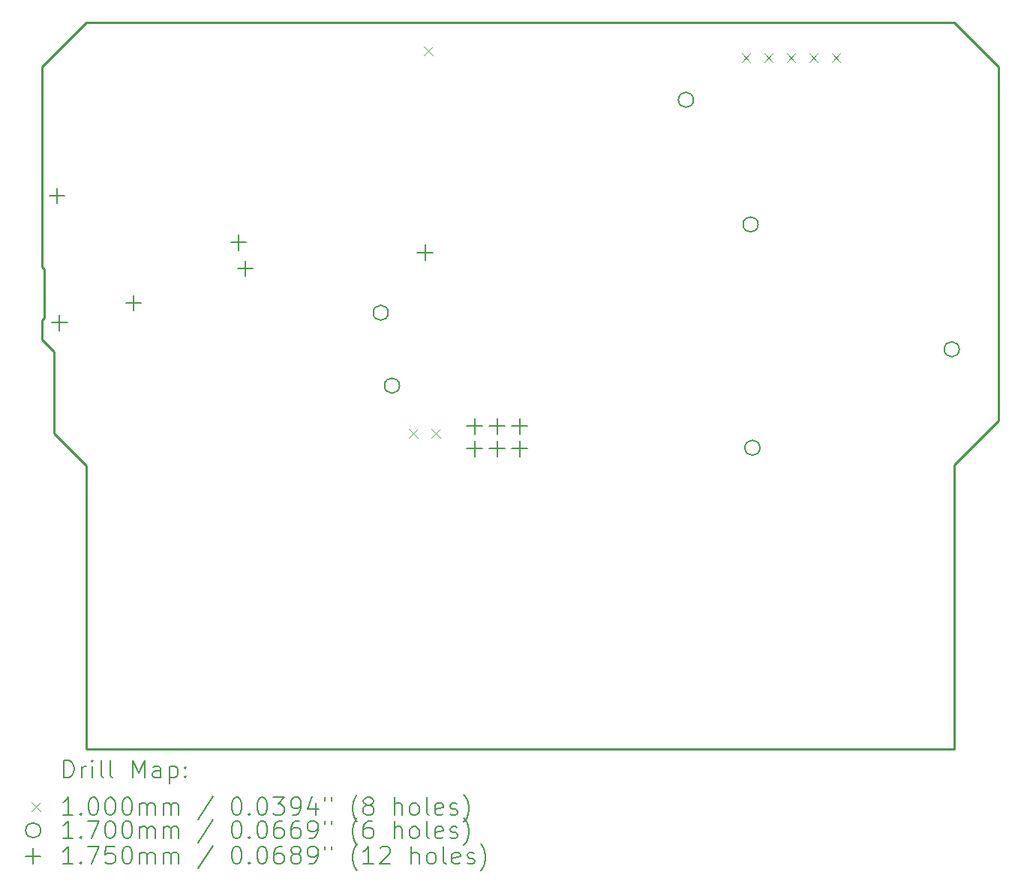
<source format=gbr>
%TF.GenerationSoftware,KiCad,Pcbnew,9.0.7*%
%TF.CreationDate,2026-02-04T15:52:09+00:00*%
%TF.ProjectId,FED3 tester 1st production aux,46454433-2074-4657-9374-657220317374,rev?*%
%TF.SameCoordinates,PX6146580PY6dc4960*%
%TF.FileFunction,Drillmap*%
%TF.FilePolarity,Positive*%
%FSLAX45Y45*%
G04 Gerber Fmt 4.5, Leading zero omitted, Abs format (unit mm)*
G04 Created by KiCad (PCBNEW 9.0.7) date 2026-02-04 15:52:09*
%MOMM*%
%LPD*%
G01*
G04 APERTURE LIST*
%ADD10C,0.250000*%
%ADD11C,0.200000*%
%ADD12C,0.100000*%
%ADD13C,0.170000*%
%ADD14C,0.175000*%
G04 APERTURE END LIST*
D10*
X-360000Y3565000D02*
X-360000Y4485000D01*
X9800000Y8205000D02*
X10300000Y7705000D01*
X-472000Y5417000D02*
X-500000Y5445000D01*
X-500000Y7705000D02*
X0Y8205000D01*
X-472000Y4873000D02*
X-472000Y5417000D01*
X-500000Y5445000D02*
X-500000Y7705000D01*
X3600000Y8205000D02*
X6200000Y8205000D01*
X-500000Y4845000D02*
X-472000Y4873000D01*
X9800000Y3210000D02*
X9800000Y0D01*
X10300000Y3710000D02*
X9800000Y3210000D01*
X0Y3205000D02*
X-360000Y3565000D01*
X0Y8205000D02*
X3600000Y8205000D01*
X-500000Y4625000D02*
X-500000Y4845000D01*
X10300000Y7705000D02*
X10300000Y3710000D01*
X9800000Y0D02*
X0Y0D01*
X0Y3205000D02*
X0Y0D01*
X-360000Y4485000D02*
X-500000Y4625000D01*
X6200000Y8205000D02*
X9800000Y8205000D01*
D11*
D12*
X3645110Y3615360D02*
X3745110Y3515360D01*
X3745110Y3615360D02*
X3645110Y3515360D01*
X3815110Y7935000D02*
X3915110Y7835000D01*
X3915110Y7935000D02*
X3815110Y7835000D01*
X3899110Y3615360D02*
X3999110Y3515360D01*
X3999110Y3615360D02*
X3899110Y3515360D01*
X7398000Y7857500D02*
X7498000Y7757500D01*
X7498000Y7857500D02*
X7398000Y7757500D01*
X7652000Y7857500D02*
X7752000Y7757500D01*
X7752000Y7857500D02*
X7652000Y7757500D01*
X7906000Y7857500D02*
X8006000Y7757500D01*
X8006000Y7857500D02*
X7906000Y7757500D01*
X8160000Y7857500D02*
X8260000Y7757500D01*
X8260000Y7857500D02*
X8160000Y7757500D01*
X8414000Y7857500D02*
X8514000Y7757500D01*
X8514000Y7857500D02*
X8414000Y7757500D01*
D13*
X3410110Y4927860D02*
G75*
G02*
X3240110Y4927860I-85000J0D01*
G01*
X3240110Y4927860D02*
G75*
G02*
X3410110Y4927860I85000J0D01*
G01*
X3537610Y4105360D02*
G75*
G02*
X3367610Y4105360I-85000J0D01*
G01*
X3367610Y4105360D02*
G75*
G02*
X3537610Y4105360I85000J0D01*
G01*
X6855110Y7332860D02*
G75*
G02*
X6685110Y7332860I-85000J0D01*
G01*
X6685110Y7332860D02*
G75*
G02*
X6855110Y7332860I85000J0D01*
G01*
X7585110Y5925360D02*
G75*
G02*
X7415110Y5925360I-85000J0D01*
G01*
X7415110Y5925360D02*
G75*
G02*
X7585110Y5925360I85000J0D01*
G01*
X7605110Y3402860D02*
G75*
G02*
X7435110Y3402860I-85000J0D01*
G01*
X7435110Y3402860D02*
G75*
G02*
X7605110Y3402860I85000J0D01*
G01*
X9855110Y4515360D02*
G75*
G02*
X9685110Y4515360I-85000J0D01*
G01*
X9685110Y4515360D02*
G75*
G02*
X9855110Y4515360I85000J0D01*
G01*
D14*
X-327390Y6337860D02*
X-327390Y6162860D01*
X-414890Y6250360D02*
X-239890Y6250360D01*
X-299890Y4902860D02*
X-299890Y4727860D01*
X-387390Y4815360D02*
X-212390Y4815360D01*
X535110Y5127860D02*
X535110Y4952860D01*
X447610Y5040360D02*
X622610Y5040360D01*
X1720110Y5810360D02*
X1720110Y5635360D01*
X1632610Y5722860D02*
X1807610Y5722860D01*
X1797610Y5515360D02*
X1797610Y5340360D01*
X1710110Y5427860D02*
X1885110Y5427860D01*
X3827610Y5697860D02*
X3827610Y5522860D01*
X3740110Y5610360D02*
X3915110Y5610360D01*
X4383905Y3735886D02*
X4383905Y3560886D01*
X4296405Y3648386D02*
X4471405Y3648386D01*
X4383905Y3481886D02*
X4383905Y3306886D01*
X4296405Y3394386D02*
X4471405Y3394386D01*
X4637905Y3735886D02*
X4637905Y3560886D01*
X4550405Y3648386D02*
X4725405Y3648386D01*
X4637905Y3481886D02*
X4637905Y3306886D01*
X4550405Y3394386D02*
X4725405Y3394386D01*
X4891905Y3735886D02*
X4891905Y3560886D01*
X4804405Y3648386D02*
X4979405Y3648386D01*
X4891905Y3481886D02*
X4891905Y3306886D01*
X4804405Y3394386D02*
X4979405Y3394386D01*
D11*
X-251723Y-323984D02*
X-251723Y-123984D01*
X-251723Y-123984D02*
X-204104Y-123984D01*
X-204104Y-123984D02*
X-175533Y-133508D01*
X-175533Y-133508D02*
X-156485Y-152555D01*
X-156485Y-152555D02*
X-146961Y-171603D01*
X-146961Y-171603D02*
X-137438Y-209698D01*
X-137438Y-209698D02*
X-137438Y-238269D01*
X-137438Y-238269D02*
X-146961Y-276365D01*
X-146961Y-276365D02*
X-156485Y-295412D01*
X-156485Y-295412D02*
X-175533Y-314460D01*
X-175533Y-314460D02*
X-204104Y-323984D01*
X-204104Y-323984D02*
X-251723Y-323984D01*
X-51723Y-323984D02*
X-51723Y-190650D01*
X-51723Y-228746D02*
X-42199Y-209698D01*
X-42199Y-209698D02*
X-32676Y-200174D01*
X-32676Y-200174D02*
X-13628Y-190650D01*
X-13628Y-190650D02*
X5420Y-190650D01*
X72086Y-323984D02*
X72086Y-190650D01*
X72086Y-123984D02*
X62562Y-133508D01*
X62562Y-133508D02*
X72086Y-143031D01*
X72086Y-143031D02*
X81610Y-133508D01*
X81610Y-133508D02*
X72086Y-123984D01*
X72086Y-123984D02*
X72086Y-143031D01*
X195896Y-323984D02*
X176848Y-314460D01*
X176848Y-314460D02*
X167324Y-295412D01*
X167324Y-295412D02*
X167324Y-123984D01*
X300658Y-323984D02*
X281610Y-314460D01*
X281610Y-314460D02*
X272086Y-295412D01*
X272086Y-295412D02*
X272086Y-123984D01*
X529229Y-323984D02*
X529229Y-123984D01*
X529229Y-123984D02*
X595896Y-266841D01*
X595896Y-266841D02*
X662563Y-123984D01*
X662563Y-123984D02*
X662563Y-323984D01*
X843515Y-323984D02*
X843515Y-219222D01*
X843515Y-219222D02*
X833991Y-200174D01*
X833991Y-200174D02*
X814943Y-190650D01*
X814943Y-190650D02*
X776848Y-190650D01*
X776848Y-190650D02*
X757801Y-200174D01*
X843515Y-314460D02*
X824467Y-323984D01*
X824467Y-323984D02*
X776848Y-323984D01*
X776848Y-323984D02*
X757801Y-314460D01*
X757801Y-314460D02*
X748277Y-295412D01*
X748277Y-295412D02*
X748277Y-276365D01*
X748277Y-276365D02*
X757801Y-257317D01*
X757801Y-257317D02*
X776848Y-247793D01*
X776848Y-247793D02*
X824467Y-247793D01*
X824467Y-247793D02*
X843515Y-238269D01*
X938753Y-190650D02*
X938753Y-390650D01*
X938753Y-200174D02*
X957801Y-190650D01*
X957801Y-190650D02*
X995896Y-190650D01*
X995896Y-190650D02*
X1014943Y-200174D01*
X1014943Y-200174D02*
X1024467Y-209698D01*
X1024467Y-209698D02*
X1033991Y-228746D01*
X1033991Y-228746D02*
X1033991Y-285889D01*
X1033991Y-285889D02*
X1024467Y-304936D01*
X1024467Y-304936D02*
X1014943Y-314460D01*
X1014943Y-314460D02*
X995896Y-323984D01*
X995896Y-323984D02*
X957801Y-323984D01*
X957801Y-323984D02*
X938753Y-314460D01*
X1119705Y-304936D02*
X1129229Y-314460D01*
X1129229Y-314460D02*
X1119705Y-323984D01*
X1119705Y-323984D02*
X1110182Y-314460D01*
X1110182Y-314460D02*
X1119705Y-304936D01*
X1119705Y-304936D02*
X1119705Y-323984D01*
X1119705Y-200174D02*
X1129229Y-209698D01*
X1129229Y-209698D02*
X1119705Y-219222D01*
X1119705Y-219222D02*
X1110182Y-209698D01*
X1110182Y-209698D02*
X1119705Y-200174D01*
X1119705Y-200174D02*
X1119705Y-219222D01*
D12*
X-612500Y-602500D02*
X-512500Y-702500D01*
X-512500Y-602500D02*
X-612500Y-702500D01*
D11*
X-146961Y-743984D02*
X-261247Y-743984D01*
X-204104Y-743984D02*
X-204104Y-543984D01*
X-204104Y-543984D02*
X-223152Y-572555D01*
X-223152Y-572555D02*
X-242199Y-591603D01*
X-242199Y-591603D02*
X-261247Y-601127D01*
X-61247Y-724936D02*
X-51723Y-734460D01*
X-51723Y-734460D02*
X-61247Y-743984D01*
X-61247Y-743984D02*
X-70771Y-734460D01*
X-70771Y-734460D02*
X-61247Y-724936D01*
X-61247Y-724936D02*
X-61247Y-743984D01*
X72086Y-543984D02*
X91134Y-543984D01*
X91134Y-543984D02*
X110182Y-553508D01*
X110182Y-553508D02*
X119705Y-563031D01*
X119705Y-563031D02*
X129229Y-582079D01*
X129229Y-582079D02*
X138753Y-620174D01*
X138753Y-620174D02*
X138753Y-667793D01*
X138753Y-667793D02*
X129229Y-705888D01*
X129229Y-705888D02*
X119705Y-724936D01*
X119705Y-724936D02*
X110182Y-734460D01*
X110182Y-734460D02*
X91134Y-743984D01*
X91134Y-743984D02*
X72086Y-743984D01*
X72086Y-743984D02*
X53039Y-734460D01*
X53039Y-734460D02*
X43515Y-724936D01*
X43515Y-724936D02*
X33991Y-705888D01*
X33991Y-705888D02*
X24467Y-667793D01*
X24467Y-667793D02*
X24467Y-620174D01*
X24467Y-620174D02*
X33991Y-582079D01*
X33991Y-582079D02*
X43515Y-563031D01*
X43515Y-563031D02*
X53039Y-553508D01*
X53039Y-553508D02*
X72086Y-543984D01*
X262563Y-543984D02*
X281610Y-543984D01*
X281610Y-543984D02*
X300658Y-553508D01*
X300658Y-553508D02*
X310182Y-563031D01*
X310182Y-563031D02*
X319705Y-582079D01*
X319705Y-582079D02*
X329229Y-620174D01*
X329229Y-620174D02*
X329229Y-667793D01*
X329229Y-667793D02*
X319705Y-705888D01*
X319705Y-705888D02*
X310182Y-724936D01*
X310182Y-724936D02*
X300658Y-734460D01*
X300658Y-734460D02*
X281610Y-743984D01*
X281610Y-743984D02*
X262563Y-743984D01*
X262563Y-743984D02*
X243515Y-734460D01*
X243515Y-734460D02*
X233991Y-724936D01*
X233991Y-724936D02*
X224467Y-705888D01*
X224467Y-705888D02*
X214943Y-667793D01*
X214943Y-667793D02*
X214943Y-620174D01*
X214943Y-620174D02*
X224467Y-582079D01*
X224467Y-582079D02*
X233991Y-563031D01*
X233991Y-563031D02*
X243515Y-553508D01*
X243515Y-553508D02*
X262563Y-543984D01*
X453039Y-543984D02*
X472086Y-543984D01*
X472086Y-543984D02*
X491134Y-553508D01*
X491134Y-553508D02*
X500658Y-563031D01*
X500658Y-563031D02*
X510182Y-582079D01*
X510182Y-582079D02*
X519705Y-620174D01*
X519705Y-620174D02*
X519705Y-667793D01*
X519705Y-667793D02*
X510182Y-705888D01*
X510182Y-705888D02*
X500658Y-724936D01*
X500658Y-724936D02*
X491134Y-734460D01*
X491134Y-734460D02*
X472086Y-743984D01*
X472086Y-743984D02*
X453039Y-743984D01*
X453039Y-743984D02*
X433991Y-734460D01*
X433991Y-734460D02*
X424467Y-724936D01*
X424467Y-724936D02*
X414943Y-705888D01*
X414943Y-705888D02*
X405420Y-667793D01*
X405420Y-667793D02*
X405420Y-620174D01*
X405420Y-620174D02*
X414943Y-582079D01*
X414943Y-582079D02*
X424467Y-563031D01*
X424467Y-563031D02*
X433991Y-553508D01*
X433991Y-553508D02*
X453039Y-543984D01*
X605420Y-743984D02*
X605420Y-610650D01*
X605420Y-629698D02*
X614944Y-620174D01*
X614944Y-620174D02*
X633991Y-610650D01*
X633991Y-610650D02*
X662563Y-610650D01*
X662563Y-610650D02*
X681610Y-620174D01*
X681610Y-620174D02*
X691134Y-639222D01*
X691134Y-639222D02*
X691134Y-743984D01*
X691134Y-639222D02*
X700658Y-620174D01*
X700658Y-620174D02*
X719705Y-610650D01*
X719705Y-610650D02*
X748277Y-610650D01*
X748277Y-610650D02*
X767324Y-620174D01*
X767324Y-620174D02*
X776848Y-639222D01*
X776848Y-639222D02*
X776848Y-743984D01*
X872086Y-743984D02*
X872086Y-610650D01*
X872086Y-629698D02*
X881610Y-620174D01*
X881610Y-620174D02*
X900658Y-610650D01*
X900658Y-610650D02*
X929229Y-610650D01*
X929229Y-610650D02*
X948277Y-620174D01*
X948277Y-620174D02*
X957801Y-639222D01*
X957801Y-639222D02*
X957801Y-743984D01*
X957801Y-639222D02*
X967324Y-620174D01*
X967324Y-620174D02*
X986372Y-610650D01*
X986372Y-610650D02*
X1014943Y-610650D01*
X1014943Y-610650D02*
X1033991Y-620174D01*
X1033991Y-620174D02*
X1043515Y-639222D01*
X1043515Y-639222D02*
X1043515Y-743984D01*
X1433991Y-534460D02*
X1262563Y-791603D01*
X1691134Y-543984D02*
X1710182Y-543984D01*
X1710182Y-543984D02*
X1729229Y-553508D01*
X1729229Y-553508D02*
X1738753Y-563031D01*
X1738753Y-563031D02*
X1748277Y-582079D01*
X1748277Y-582079D02*
X1757801Y-620174D01*
X1757801Y-620174D02*
X1757801Y-667793D01*
X1757801Y-667793D02*
X1748277Y-705888D01*
X1748277Y-705888D02*
X1738753Y-724936D01*
X1738753Y-724936D02*
X1729229Y-734460D01*
X1729229Y-734460D02*
X1710182Y-743984D01*
X1710182Y-743984D02*
X1691134Y-743984D01*
X1691134Y-743984D02*
X1672086Y-734460D01*
X1672086Y-734460D02*
X1662563Y-724936D01*
X1662563Y-724936D02*
X1653039Y-705888D01*
X1653039Y-705888D02*
X1643515Y-667793D01*
X1643515Y-667793D02*
X1643515Y-620174D01*
X1643515Y-620174D02*
X1653039Y-582079D01*
X1653039Y-582079D02*
X1662563Y-563031D01*
X1662563Y-563031D02*
X1672086Y-553508D01*
X1672086Y-553508D02*
X1691134Y-543984D01*
X1843515Y-724936D02*
X1853039Y-734460D01*
X1853039Y-734460D02*
X1843515Y-743984D01*
X1843515Y-743984D02*
X1833991Y-734460D01*
X1833991Y-734460D02*
X1843515Y-724936D01*
X1843515Y-724936D02*
X1843515Y-743984D01*
X1976848Y-543984D02*
X1995896Y-543984D01*
X1995896Y-543984D02*
X2014944Y-553508D01*
X2014944Y-553508D02*
X2024467Y-563031D01*
X2024467Y-563031D02*
X2033991Y-582079D01*
X2033991Y-582079D02*
X2043515Y-620174D01*
X2043515Y-620174D02*
X2043515Y-667793D01*
X2043515Y-667793D02*
X2033991Y-705888D01*
X2033991Y-705888D02*
X2024467Y-724936D01*
X2024467Y-724936D02*
X2014944Y-734460D01*
X2014944Y-734460D02*
X1995896Y-743984D01*
X1995896Y-743984D02*
X1976848Y-743984D01*
X1976848Y-743984D02*
X1957801Y-734460D01*
X1957801Y-734460D02*
X1948277Y-724936D01*
X1948277Y-724936D02*
X1938753Y-705888D01*
X1938753Y-705888D02*
X1929229Y-667793D01*
X1929229Y-667793D02*
X1929229Y-620174D01*
X1929229Y-620174D02*
X1938753Y-582079D01*
X1938753Y-582079D02*
X1948277Y-563031D01*
X1948277Y-563031D02*
X1957801Y-553508D01*
X1957801Y-553508D02*
X1976848Y-543984D01*
X2110182Y-543984D02*
X2233991Y-543984D01*
X2233991Y-543984D02*
X2167325Y-620174D01*
X2167325Y-620174D02*
X2195896Y-620174D01*
X2195896Y-620174D02*
X2214944Y-629698D01*
X2214944Y-629698D02*
X2224468Y-639222D01*
X2224468Y-639222D02*
X2233991Y-658270D01*
X2233991Y-658270D02*
X2233991Y-705888D01*
X2233991Y-705888D02*
X2224468Y-724936D01*
X2224468Y-724936D02*
X2214944Y-734460D01*
X2214944Y-734460D02*
X2195896Y-743984D01*
X2195896Y-743984D02*
X2138753Y-743984D01*
X2138753Y-743984D02*
X2119706Y-734460D01*
X2119706Y-734460D02*
X2110182Y-724936D01*
X2329229Y-743984D02*
X2367325Y-743984D01*
X2367325Y-743984D02*
X2386372Y-734460D01*
X2386372Y-734460D02*
X2395896Y-724936D01*
X2395896Y-724936D02*
X2414944Y-696365D01*
X2414944Y-696365D02*
X2424468Y-658270D01*
X2424468Y-658270D02*
X2424468Y-582079D01*
X2424468Y-582079D02*
X2414944Y-563031D01*
X2414944Y-563031D02*
X2405420Y-553508D01*
X2405420Y-553508D02*
X2386372Y-543984D01*
X2386372Y-543984D02*
X2348277Y-543984D01*
X2348277Y-543984D02*
X2329229Y-553508D01*
X2329229Y-553508D02*
X2319706Y-563031D01*
X2319706Y-563031D02*
X2310182Y-582079D01*
X2310182Y-582079D02*
X2310182Y-629698D01*
X2310182Y-629698D02*
X2319706Y-648746D01*
X2319706Y-648746D02*
X2329229Y-658270D01*
X2329229Y-658270D02*
X2348277Y-667793D01*
X2348277Y-667793D02*
X2386372Y-667793D01*
X2386372Y-667793D02*
X2405420Y-658270D01*
X2405420Y-658270D02*
X2414944Y-648746D01*
X2414944Y-648746D02*
X2424468Y-629698D01*
X2595896Y-610650D02*
X2595896Y-743984D01*
X2548277Y-534460D02*
X2500658Y-677317D01*
X2500658Y-677317D02*
X2624468Y-677317D01*
X2691134Y-543984D02*
X2691134Y-582079D01*
X2767325Y-543984D02*
X2767325Y-582079D01*
X3062563Y-820174D02*
X3053039Y-810650D01*
X3053039Y-810650D02*
X3033991Y-782079D01*
X3033991Y-782079D02*
X3024468Y-763031D01*
X3024468Y-763031D02*
X3014944Y-734460D01*
X3014944Y-734460D02*
X3005420Y-686841D01*
X3005420Y-686841D02*
X3005420Y-648746D01*
X3005420Y-648746D02*
X3014944Y-601127D01*
X3014944Y-601127D02*
X3024468Y-572555D01*
X3024468Y-572555D02*
X3033991Y-553508D01*
X3033991Y-553508D02*
X3053039Y-524936D01*
X3053039Y-524936D02*
X3062563Y-515412D01*
X3167325Y-629698D02*
X3148277Y-620174D01*
X3148277Y-620174D02*
X3138753Y-610650D01*
X3138753Y-610650D02*
X3129229Y-591603D01*
X3129229Y-591603D02*
X3129229Y-582079D01*
X3129229Y-582079D02*
X3138753Y-563031D01*
X3138753Y-563031D02*
X3148277Y-553508D01*
X3148277Y-553508D02*
X3167325Y-543984D01*
X3167325Y-543984D02*
X3205420Y-543984D01*
X3205420Y-543984D02*
X3224468Y-553508D01*
X3224468Y-553508D02*
X3233991Y-563031D01*
X3233991Y-563031D02*
X3243515Y-582079D01*
X3243515Y-582079D02*
X3243515Y-591603D01*
X3243515Y-591603D02*
X3233991Y-610650D01*
X3233991Y-610650D02*
X3224468Y-620174D01*
X3224468Y-620174D02*
X3205420Y-629698D01*
X3205420Y-629698D02*
X3167325Y-629698D01*
X3167325Y-629698D02*
X3148277Y-639222D01*
X3148277Y-639222D02*
X3138753Y-648746D01*
X3138753Y-648746D02*
X3129229Y-667793D01*
X3129229Y-667793D02*
X3129229Y-705888D01*
X3129229Y-705888D02*
X3138753Y-724936D01*
X3138753Y-724936D02*
X3148277Y-734460D01*
X3148277Y-734460D02*
X3167325Y-743984D01*
X3167325Y-743984D02*
X3205420Y-743984D01*
X3205420Y-743984D02*
X3224468Y-734460D01*
X3224468Y-734460D02*
X3233991Y-724936D01*
X3233991Y-724936D02*
X3243515Y-705888D01*
X3243515Y-705888D02*
X3243515Y-667793D01*
X3243515Y-667793D02*
X3233991Y-648746D01*
X3233991Y-648746D02*
X3224468Y-639222D01*
X3224468Y-639222D02*
X3205420Y-629698D01*
X3481610Y-743984D02*
X3481610Y-543984D01*
X3567325Y-743984D02*
X3567325Y-639222D01*
X3567325Y-639222D02*
X3557801Y-620174D01*
X3557801Y-620174D02*
X3538753Y-610650D01*
X3538753Y-610650D02*
X3510182Y-610650D01*
X3510182Y-610650D02*
X3491134Y-620174D01*
X3491134Y-620174D02*
X3481610Y-629698D01*
X3691134Y-743984D02*
X3672087Y-734460D01*
X3672087Y-734460D02*
X3662563Y-724936D01*
X3662563Y-724936D02*
X3653039Y-705888D01*
X3653039Y-705888D02*
X3653039Y-648746D01*
X3653039Y-648746D02*
X3662563Y-629698D01*
X3662563Y-629698D02*
X3672087Y-620174D01*
X3672087Y-620174D02*
X3691134Y-610650D01*
X3691134Y-610650D02*
X3719706Y-610650D01*
X3719706Y-610650D02*
X3738753Y-620174D01*
X3738753Y-620174D02*
X3748277Y-629698D01*
X3748277Y-629698D02*
X3757801Y-648746D01*
X3757801Y-648746D02*
X3757801Y-705888D01*
X3757801Y-705888D02*
X3748277Y-724936D01*
X3748277Y-724936D02*
X3738753Y-734460D01*
X3738753Y-734460D02*
X3719706Y-743984D01*
X3719706Y-743984D02*
X3691134Y-743984D01*
X3872087Y-743984D02*
X3853039Y-734460D01*
X3853039Y-734460D02*
X3843515Y-715412D01*
X3843515Y-715412D02*
X3843515Y-543984D01*
X4024468Y-734460D02*
X4005420Y-743984D01*
X4005420Y-743984D02*
X3967325Y-743984D01*
X3967325Y-743984D02*
X3948277Y-734460D01*
X3948277Y-734460D02*
X3938753Y-715412D01*
X3938753Y-715412D02*
X3938753Y-639222D01*
X3938753Y-639222D02*
X3948277Y-620174D01*
X3948277Y-620174D02*
X3967325Y-610650D01*
X3967325Y-610650D02*
X4005420Y-610650D01*
X4005420Y-610650D02*
X4024468Y-620174D01*
X4024468Y-620174D02*
X4033991Y-639222D01*
X4033991Y-639222D02*
X4033991Y-658270D01*
X4033991Y-658270D02*
X3938753Y-677317D01*
X4110182Y-734460D02*
X4129230Y-743984D01*
X4129230Y-743984D02*
X4167325Y-743984D01*
X4167325Y-743984D02*
X4186372Y-734460D01*
X4186372Y-734460D02*
X4195896Y-715412D01*
X4195896Y-715412D02*
X4195896Y-705888D01*
X4195896Y-705888D02*
X4186372Y-686841D01*
X4186372Y-686841D02*
X4167325Y-677317D01*
X4167325Y-677317D02*
X4138753Y-677317D01*
X4138753Y-677317D02*
X4119706Y-667793D01*
X4119706Y-667793D02*
X4110182Y-648746D01*
X4110182Y-648746D02*
X4110182Y-639222D01*
X4110182Y-639222D02*
X4119706Y-620174D01*
X4119706Y-620174D02*
X4138753Y-610650D01*
X4138753Y-610650D02*
X4167325Y-610650D01*
X4167325Y-610650D02*
X4186372Y-620174D01*
X4262563Y-820174D02*
X4272087Y-810650D01*
X4272087Y-810650D02*
X4291134Y-782079D01*
X4291134Y-782079D02*
X4300658Y-763031D01*
X4300658Y-763031D02*
X4310182Y-734460D01*
X4310182Y-734460D02*
X4319706Y-686841D01*
X4319706Y-686841D02*
X4319706Y-648746D01*
X4319706Y-648746D02*
X4310182Y-601127D01*
X4310182Y-601127D02*
X4300658Y-572555D01*
X4300658Y-572555D02*
X4291134Y-553508D01*
X4291134Y-553508D02*
X4272087Y-524936D01*
X4272087Y-524936D02*
X4262563Y-515412D01*
D13*
X-512500Y-916500D02*
G75*
G02*
X-682500Y-916500I-85000J0D01*
G01*
X-682500Y-916500D02*
G75*
G02*
X-512500Y-916500I85000J0D01*
G01*
D11*
X-146961Y-1007984D02*
X-261247Y-1007984D01*
X-204104Y-1007984D02*
X-204104Y-807984D01*
X-204104Y-807984D02*
X-223152Y-836555D01*
X-223152Y-836555D02*
X-242199Y-855603D01*
X-242199Y-855603D02*
X-261247Y-865127D01*
X-61247Y-988936D02*
X-51723Y-998460D01*
X-51723Y-998460D02*
X-61247Y-1007984D01*
X-61247Y-1007984D02*
X-70771Y-998460D01*
X-70771Y-998460D02*
X-61247Y-988936D01*
X-61247Y-988936D02*
X-61247Y-1007984D01*
X14943Y-807984D02*
X148277Y-807984D01*
X148277Y-807984D02*
X62562Y-1007984D01*
X262563Y-807984D02*
X281610Y-807984D01*
X281610Y-807984D02*
X300658Y-817508D01*
X300658Y-817508D02*
X310182Y-827031D01*
X310182Y-827031D02*
X319705Y-846079D01*
X319705Y-846079D02*
X329229Y-884174D01*
X329229Y-884174D02*
X329229Y-931793D01*
X329229Y-931793D02*
X319705Y-969888D01*
X319705Y-969888D02*
X310182Y-988936D01*
X310182Y-988936D02*
X300658Y-998460D01*
X300658Y-998460D02*
X281610Y-1007984D01*
X281610Y-1007984D02*
X262563Y-1007984D01*
X262563Y-1007984D02*
X243515Y-998460D01*
X243515Y-998460D02*
X233991Y-988936D01*
X233991Y-988936D02*
X224467Y-969888D01*
X224467Y-969888D02*
X214943Y-931793D01*
X214943Y-931793D02*
X214943Y-884174D01*
X214943Y-884174D02*
X224467Y-846079D01*
X224467Y-846079D02*
X233991Y-827031D01*
X233991Y-827031D02*
X243515Y-817508D01*
X243515Y-817508D02*
X262563Y-807984D01*
X453039Y-807984D02*
X472086Y-807984D01*
X472086Y-807984D02*
X491134Y-817508D01*
X491134Y-817508D02*
X500658Y-827031D01*
X500658Y-827031D02*
X510182Y-846079D01*
X510182Y-846079D02*
X519705Y-884174D01*
X519705Y-884174D02*
X519705Y-931793D01*
X519705Y-931793D02*
X510182Y-969888D01*
X510182Y-969888D02*
X500658Y-988936D01*
X500658Y-988936D02*
X491134Y-998460D01*
X491134Y-998460D02*
X472086Y-1007984D01*
X472086Y-1007984D02*
X453039Y-1007984D01*
X453039Y-1007984D02*
X433991Y-998460D01*
X433991Y-998460D02*
X424467Y-988936D01*
X424467Y-988936D02*
X414943Y-969888D01*
X414943Y-969888D02*
X405420Y-931793D01*
X405420Y-931793D02*
X405420Y-884174D01*
X405420Y-884174D02*
X414943Y-846079D01*
X414943Y-846079D02*
X424467Y-827031D01*
X424467Y-827031D02*
X433991Y-817508D01*
X433991Y-817508D02*
X453039Y-807984D01*
X605420Y-1007984D02*
X605420Y-874650D01*
X605420Y-893698D02*
X614944Y-884174D01*
X614944Y-884174D02*
X633991Y-874650D01*
X633991Y-874650D02*
X662563Y-874650D01*
X662563Y-874650D02*
X681610Y-884174D01*
X681610Y-884174D02*
X691134Y-903222D01*
X691134Y-903222D02*
X691134Y-1007984D01*
X691134Y-903222D02*
X700658Y-884174D01*
X700658Y-884174D02*
X719705Y-874650D01*
X719705Y-874650D02*
X748277Y-874650D01*
X748277Y-874650D02*
X767324Y-884174D01*
X767324Y-884174D02*
X776848Y-903222D01*
X776848Y-903222D02*
X776848Y-1007984D01*
X872086Y-1007984D02*
X872086Y-874650D01*
X872086Y-893698D02*
X881610Y-884174D01*
X881610Y-884174D02*
X900658Y-874650D01*
X900658Y-874650D02*
X929229Y-874650D01*
X929229Y-874650D02*
X948277Y-884174D01*
X948277Y-884174D02*
X957801Y-903222D01*
X957801Y-903222D02*
X957801Y-1007984D01*
X957801Y-903222D02*
X967324Y-884174D01*
X967324Y-884174D02*
X986372Y-874650D01*
X986372Y-874650D02*
X1014943Y-874650D01*
X1014943Y-874650D02*
X1033991Y-884174D01*
X1033991Y-884174D02*
X1043515Y-903222D01*
X1043515Y-903222D02*
X1043515Y-1007984D01*
X1433991Y-798460D02*
X1262563Y-1055603D01*
X1691134Y-807984D02*
X1710182Y-807984D01*
X1710182Y-807984D02*
X1729229Y-817508D01*
X1729229Y-817508D02*
X1738753Y-827031D01*
X1738753Y-827031D02*
X1748277Y-846079D01*
X1748277Y-846079D02*
X1757801Y-884174D01*
X1757801Y-884174D02*
X1757801Y-931793D01*
X1757801Y-931793D02*
X1748277Y-969888D01*
X1748277Y-969888D02*
X1738753Y-988936D01*
X1738753Y-988936D02*
X1729229Y-998460D01*
X1729229Y-998460D02*
X1710182Y-1007984D01*
X1710182Y-1007984D02*
X1691134Y-1007984D01*
X1691134Y-1007984D02*
X1672086Y-998460D01*
X1672086Y-998460D02*
X1662563Y-988936D01*
X1662563Y-988936D02*
X1653039Y-969888D01*
X1653039Y-969888D02*
X1643515Y-931793D01*
X1643515Y-931793D02*
X1643515Y-884174D01*
X1643515Y-884174D02*
X1653039Y-846079D01*
X1653039Y-846079D02*
X1662563Y-827031D01*
X1662563Y-827031D02*
X1672086Y-817508D01*
X1672086Y-817508D02*
X1691134Y-807984D01*
X1843515Y-988936D02*
X1853039Y-998460D01*
X1853039Y-998460D02*
X1843515Y-1007984D01*
X1843515Y-1007984D02*
X1833991Y-998460D01*
X1833991Y-998460D02*
X1843515Y-988936D01*
X1843515Y-988936D02*
X1843515Y-1007984D01*
X1976848Y-807984D02*
X1995896Y-807984D01*
X1995896Y-807984D02*
X2014944Y-817508D01*
X2014944Y-817508D02*
X2024467Y-827031D01*
X2024467Y-827031D02*
X2033991Y-846079D01*
X2033991Y-846079D02*
X2043515Y-884174D01*
X2043515Y-884174D02*
X2043515Y-931793D01*
X2043515Y-931793D02*
X2033991Y-969888D01*
X2033991Y-969888D02*
X2024467Y-988936D01*
X2024467Y-988936D02*
X2014944Y-998460D01*
X2014944Y-998460D02*
X1995896Y-1007984D01*
X1995896Y-1007984D02*
X1976848Y-1007984D01*
X1976848Y-1007984D02*
X1957801Y-998460D01*
X1957801Y-998460D02*
X1948277Y-988936D01*
X1948277Y-988936D02*
X1938753Y-969888D01*
X1938753Y-969888D02*
X1929229Y-931793D01*
X1929229Y-931793D02*
X1929229Y-884174D01*
X1929229Y-884174D02*
X1938753Y-846079D01*
X1938753Y-846079D02*
X1948277Y-827031D01*
X1948277Y-827031D02*
X1957801Y-817508D01*
X1957801Y-817508D02*
X1976848Y-807984D01*
X2214944Y-807984D02*
X2176848Y-807984D01*
X2176848Y-807984D02*
X2157801Y-817508D01*
X2157801Y-817508D02*
X2148277Y-827031D01*
X2148277Y-827031D02*
X2129229Y-855603D01*
X2129229Y-855603D02*
X2119706Y-893698D01*
X2119706Y-893698D02*
X2119706Y-969888D01*
X2119706Y-969888D02*
X2129229Y-988936D01*
X2129229Y-988936D02*
X2138753Y-998460D01*
X2138753Y-998460D02*
X2157801Y-1007984D01*
X2157801Y-1007984D02*
X2195896Y-1007984D01*
X2195896Y-1007984D02*
X2214944Y-998460D01*
X2214944Y-998460D02*
X2224468Y-988936D01*
X2224468Y-988936D02*
X2233991Y-969888D01*
X2233991Y-969888D02*
X2233991Y-922269D01*
X2233991Y-922269D02*
X2224468Y-903222D01*
X2224468Y-903222D02*
X2214944Y-893698D01*
X2214944Y-893698D02*
X2195896Y-884174D01*
X2195896Y-884174D02*
X2157801Y-884174D01*
X2157801Y-884174D02*
X2138753Y-893698D01*
X2138753Y-893698D02*
X2129229Y-903222D01*
X2129229Y-903222D02*
X2119706Y-922269D01*
X2405420Y-807984D02*
X2367325Y-807984D01*
X2367325Y-807984D02*
X2348277Y-817508D01*
X2348277Y-817508D02*
X2338753Y-827031D01*
X2338753Y-827031D02*
X2319706Y-855603D01*
X2319706Y-855603D02*
X2310182Y-893698D01*
X2310182Y-893698D02*
X2310182Y-969888D01*
X2310182Y-969888D02*
X2319706Y-988936D01*
X2319706Y-988936D02*
X2329229Y-998460D01*
X2329229Y-998460D02*
X2348277Y-1007984D01*
X2348277Y-1007984D02*
X2386372Y-1007984D01*
X2386372Y-1007984D02*
X2405420Y-998460D01*
X2405420Y-998460D02*
X2414944Y-988936D01*
X2414944Y-988936D02*
X2424468Y-969888D01*
X2424468Y-969888D02*
X2424468Y-922269D01*
X2424468Y-922269D02*
X2414944Y-903222D01*
X2414944Y-903222D02*
X2405420Y-893698D01*
X2405420Y-893698D02*
X2386372Y-884174D01*
X2386372Y-884174D02*
X2348277Y-884174D01*
X2348277Y-884174D02*
X2329229Y-893698D01*
X2329229Y-893698D02*
X2319706Y-903222D01*
X2319706Y-903222D02*
X2310182Y-922269D01*
X2519706Y-1007984D02*
X2557801Y-1007984D01*
X2557801Y-1007984D02*
X2576849Y-998460D01*
X2576849Y-998460D02*
X2586372Y-988936D01*
X2586372Y-988936D02*
X2605420Y-960365D01*
X2605420Y-960365D02*
X2614944Y-922269D01*
X2614944Y-922269D02*
X2614944Y-846079D01*
X2614944Y-846079D02*
X2605420Y-827031D01*
X2605420Y-827031D02*
X2595896Y-817508D01*
X2595896Y-817508D02*
X2576849Y-807984D01*
X2576849Y-807984D02*
X2538753Y-807984D01*
X2538753Y-807984D02*
X2519706Y-817508D01*
X2519706Y-817508D02*
X2510182Y-827031D01*
X2510182Y-827031D02*
X2500658Y-846079D01*
X2500658Y-846079D02*
X2500658Y-893698D01*
X2500658Y-893698D02*
X2510182Y-912746D01*
X2510182Y-912746D02*
X2519706Y-922269D01*
X2519706Y-922269D02*
X2538753Y-931793D01*
X2538753Y-931793D02*
X2576849Y-931793D01*
X2576849Y-931793D02*
X2595896Y-922269D01*
X2595896Y-922269D02*
X2605420Y-912746D01*
X2605420Y-912746D02*
X2614944Y-893698D01*
X2691134Y-807984D02*
X2691134Y-846079D01*
X2767325Y-807984D02*
X2767325Y-846079D01*
X3062563Y-1084174D02*
X3053039Y-1074650D01*
X3053039Y-1074650D02*
X3033991Y-1046079D01*
X3033991Y-1046079D02*
X3024468Y-1027031D01*
X3024468Y-1027031D02*
X3014944Y-998460D01*
X3014944Y-998460D02*
X3005420Y-950841D01*
X3005420Y-950841D02*
X3005420Y-912746D01*
X3005420Y-912746D02*
X3014944Y-865127D01*
X3014944Y-865127D02*
X3024468Y-836555D01*
X3024468Y-836555D02*
X3033991Y-817508D01*
X3033991Y-817508D02*
X3053039Y-788936D01*
X3053039Y-788936D02*
X3062563Y-779412D01*
X3224468Y-807984D02*
X3186372Y-807984D01*
X3186372Y-807984D02*
X3167325Y-817508D01*
X3167325Y-817508D02*
X3157801Y-827031D01*
X3157801Y-827031D02*
X3138753Y-855603D01*
X3138753Y-855603D02*
X3129229Y-893698D01*
X3129229Y-893698D02*
X3129229Y-969888D01*
X3129229Y-969888D02*
X3138753Y-988936D01*
X3138753Y-988936D02*
X3148277Y-998460D01*
X3148277Y-998460D02*
X3167325Y-1007984D01*
X3167325Y-1007984D02*
X3205420Y-1007984D01*
X3205420Y-1007984D02*
X3224468Y-998460D01*
X3224468Y-998460D02*
X3233991Y-988936D01*
X3233991Y-988936D02*
X3243515Y-969888D01*
X3243515Y-969888D02*
X3243515Y-922269D01*
X3243515Y-922269D02*
X3233991Y-903222D01*
X3233991Y-903222D02*
X3224468Y-893698D01*
X3224468Y-893698D02*
X3205420Y-884174D01*
X3205420Y-884174D02*
X3167325Y-884174D01*
X3167325Y-884174D02*
X3148277Y-893698D01*
X3148277Y-893698D02*
X3138753Y-903222D01*
X3138753Y-903222D02*
X3129229Y-922269D01*
X3481610Y-1007984D02*
X3481610Y-807984D01*
X3567325Y-1007984D02*
X3567325Y-903222D01*
X3567325Y-903222D02*
X3557801Y-884174D01*
X3557801Y-884174D02*
X3538753Y-874650D01*
X3538753Y-874650D02*
X3510182Y-874650D01*
X3510182Y-874650D02*
X3491134Y-884174D01*
X3491134Y-884174D02*
X3481610Y-893698D01*
X3691134Y-1007984D02*
X3672087Y-998460D01*
X3672087Y-998460D02*
X3662563Y-988936D01*
X3662563Y-988936D02*
X3653039Y-969888D01*
X3653039Y-969888D02*
X3653039Y-912746D01*
X3653039Y-912746D02*
X3662563Y-893698D01*
X3662563Y-893698D02*
X3672087Y-884174D01*
X3672087Y-884174D02*
X3691134Y-874650D01*
X3691134Y-874650D02*
X3719706Y-874650D01*
X3719706Y-874650D02*
X3738753Y-884174D01*
X3738753Y-884174D02*
X3748277Y-893698D01*
X3748277Y-893698D02*
X3757801Y-912746D01*
X3757801Y-912746D02*
X3757801Y-969888D01*
X3757801Y-969888D02*
X3748277Y-988936D01*
X3748277Y-988936D02*
X3738753Y-998460D01*
X3738753Y-998460D02*
X3719706Y-1007984D01*
X3719706Y-1007984D02*
X3691134Y-1007984D01*
X3872087Y-1007984D02*
X3853039Y-998460D01*
X3853039Y-998460D02*
X3843515Y-979412D01*
X3843515Y-979412D02*
X3843515Y-807984D01*
X4024468Y-998460D02*
X4005420Y-1007984D01*
X4005420Y-1007984D02*
X3967325Y-1007984D01*
X3967325Y-1007984D02*
X3948277Y-998460D01*
X3948277Y-998460D02*
X3938753Y-979412D01*
X3938753Y-979412D02*
X3938753Y-903222D01*
X3938753Y-903222D02*
X3948277Y-884174D01*
X3948277Y-884174D02*
X3967325Y-874650D01*
X3967325Y-874650D02*
X4005420Y-874650D01*
X4005420Y-874650D02*
X4024468Y-884174D01*
X4024468Y-884174D02*
X4033991Y-903222D01*
X4033991Y-903222D02*
X4033991Y-922269D01*
X4033991Y-922269D02*
X3938753Y-941317D01*
X4110182Y-998460D02*
X4129230Y-1007984D01*
X4129230Y-1007984D02*
X4167325Y-1007984D01*
X4167325Y-1007984D02*
X4186372Y-998460D01*
X4186372Y-998460D02*
X4195896Y-979412D01*
X4195896Y-979412D02*
X4195896Y-969888D01*
X4195896Y-969888D02*
X4186372Y-950841D01*
X4186372Y-950841D02*
X4167325Y-941317D01*
X4167325Y-941317D02*
X4138753Y-941317D01*
X4138753Y-941317D02*
X4119706Y-931793D01*
X4119706Y-931793D02*
X4110182Y-912746D01*
X4110182Y-912746D02*
X4110182Y-903222D01*
X4110182Y-903222D02*
X4119706Y-884174D01*
X4119706Y-884174D02*
X4138753Y-874650D01*
X4138753Y-874650D02*
X4167325Y-874650D01*
X4167325Y-874650D02*
X4186372Y-884174D01*
X4262563Y-1084174D02*
X4272087Y-1074650D01*
X4272087Y-1074650D02*
X4291134Y-1046079D01*
X4291134Y-1046079D02*
X4300658Y-1027031D01*
X4300658Y-1027031D02*
X4310182Y-998460D01*
X4310182Y-998460D02*
X4319706Y-950841D01*
X4319706Y-950841D02*
X4319706Y-912746D01*
X4319706Y-912746D02*
X4310182Y-865127D01*
X4310182Y-865127D02*
X4300658Y-836555D01*
X4300658Y-836555D02*
X4291134Y-817508D01*
X4291134Y-817508D02*
X4272087Y-788936D01*
X4272087Y-788936D02*
X4262563Y-779412D01*
D14*
X-600000Y-1119000D02*
X-600000Y-1294000D01*
X-687500Y-1206500D02*
X-512500Y-1206500D01*
D11*
X-146961Y-1297984D02*
X-261247Y-1297984D01*
X-204104Y-1297984D02*
X-204104Y-1097984D01*
X-204104Y-1097984D02*
X-223152Y-1126555D01*
X-223152Y-1126555D02*
X-242199Y-1145603D01*
X-242199Y-1145603D02*
X-261247Y-1155127D01*
X-61247Y-1278936D02*
X-51723Y-1288460D01*
X-51723Y-1288460D02*
X-61247Y-1297984D01*
X-61247Y-1297984D02*
X-70771Y-1288460D01*
X-70771Y-1288460D02*
X-61247Y-1278936D01*
X-61247Y-1278936D02*
X-61247Y-1297984D01*
X14943Y-1097984D02*
X148277Y-1097984D01*
X148277Y-1097984D02*
X62562Y-1297984D01*
X319705Y-1097984D02*
X224467Y-1097984D01*
X224467Y-1097984D02*
X214943Y-1193222D01*
X214943Y-1193222D02*
X224467Y-1183698D01*
X224467Y-1183698D02*
X243515Y-1174174D01*
X243515Y-1174174D02*
X291134Y-1174174D01*
X291134Y-1174174D02*
X310182Y-1183698D01*
X310182Y-1183698D02*
X319705Y-1193222D01*
X319705Y-1193222D02*
X329229Y-1212270D01*
X329229Y-1212270D02*
X329229Y-1259889D01*
X329229Y-1259889D02*
X319705Y-1278936D01*
X319705Y-1278936D02*
X310182Y-1288460D01*
X310182Y-1288460D02*
X291134Y-1297984D01*
X291134Y-1297984D02*
X243515Y-1297984D01*
X243515Y-1297984D02*
X224467Y-1288460D01*
X224467Y-1288460D02*
X214943Y-1278936D01*
X453039Y-1097984D02*
X472086Y-1097984D01*
X472086Y-1097984D02*
X491134Y-1107508D01*
X491134Y-1107508D02*
X500658Y-1117031D01*
X500658Y-1117031D02*
X510182Y-1136079D01*
X510182Y-1136079D02*
X519705Y-1174174D01*
X519705Y-1174174D02*
X519705Y-1221793D01*
X519705Y-1221793D02*
X510182Y-1259889D01*
X510182Y-1259889D02*
X500658Y-1278936D01*
X500658Y-1278936D02*
X491134Y-1288460D01*
X491134Y-1288460D02*
X472086Y-1297984D01*
X472086Y-1297984D02*
X453039Y-1297984D01*
X453039Y-1297984D02*
X433991Y-1288460D01*
X433991Y-1288460D02*
X424467Y-1278936D01*
X424467Y-1278936D02*
X414943Y-1259889D01*
X414943Y-1259889D02*
X405420Y-1221793D01*
X405420Y-1221793D02*
X405420Y-1174174D01*
X405420Y-1174174D02*
X414943Y-1136079D01*
X414943Y-1136079D02*
X424467Y-1117031D01*
X424467Y-1117031D02*
X433991Y-1107508D01*
X433991Y-1107508D02*
X453039Y-1097984D01*
X605420Y-1297984D02*
X605420Y-1164650D01*
X605420Y-1183698D02*
X614944Y-1174174D01*
X614944Y-1174174D02*
X633991Y-1164650D01*
X633991Y-1164650D02*
X662563Y-1164650D01*
X662563Y-1164650D02*
X681610Y-1174174D01*
X681610Y-1174174D02*
X691134Y-1193222D01*
X691134Y-1193222D02*
X691134Y-1297984D01*
X691134Y-1193222D02*
X700658Y-1174174D01*
X700658Y-1174174D02*
X719705Y-1164650D01*
X719705Y-1164650D02*
X748277Y-1164650D01*
X748277Y-1164650D02*
X767324Y-1174174D01*
X767324Y-1174174D02*
X776848Y-1193222D01*
X776848Y-1193222D02*
X776848Y-1297984D01*
X872086Y-1297984D02*
X872086Y-1164650D01*
X872086Y-1183698D02*
X881610Y-1174174D01*
X881610Y-1174174D02*
X900658Y-1164650D01*
X900658Y-1164650D02*
X929229Y-1164650D01*
X929229Y-1164650D02*
X948277Y-1174174D01*
X948277Y-1174174D02*
X957801Y-1193222D01*
X957801Y-1193222D02*
X957801Y-1297984D01*
X957801Y-1193222D02*
X967324Y-1174174D01*
X967324Y-1174174D02*
X986372Y-1164650D01*
X986372Y-1164650D02*
X1014943Y-1164650D01*
X1014943Y-1164650D02*
X1033991Y-1174174D01*
X1033991Y-1174174D02*
X1043515Y-1193222D01*
X1043515Y-1193222D02*
X1043515Y-1297984D01*
X1433991Y-1088460D02*
X1262563Y-1345603D01*
X1691134Y-1097984D02*
X1710182Y-1097984D01*
X1710182Y-1097984D02*
X1729229Y-1107508D01*
X1729229Y-1107508D02*
X1738753Y-1117031D01*
X1738753Y-1117031D02*
X1748277Y-1136079D01*
X1748277Y-1136079D02*
X1757801Y-1174174D01*
X1757801Y-1174174D02*
X1757801Y-1221793D01*
X1757801Y-1221793D02*
X1748277Y-1259889D01*
X1748277Y-1259889D02*
X1738753Y-1278936D01*
X1738753Y-1278936D02*
X1729229Y-1288460D01*
X1729229Y-1288460D02*
X1710182Y-1297984D01*
X1710182Y-1297984D02*
X1691134Y-1297984D01*
X1691134Y-1297984D02*
X1672086Y-1288460D01*
X1672086Y-1288460D02*
X1662563Y-1278936D01*
X1662563Y-1278936D02*
X1653039Y-1259889D01*
X1653039Y-1259889D02*
X1643515Y-1221793D01*
X1643515Y-1221793D02*
X1643515Y-1174174D01*
X1643515Y-1174174D02*
X1653039Y-1136079D01*
X1653039Y-1136079D02*
X1662563Y-1117031D01*
X1662563Y-1117031D02*
X1672086Y-1107508D01*
X1672086Y-1107508D02*
X1691134Y-1097984D01*
X1843515Y-1278936D02*
X1853039Y-1288460D01*
X1853039Y-1288460D02*
X1843515Y-1297984D01*
X1843515Y-1297984D02*
X1833991Y-1288460D01*
X1833991Y-1288460D02*
X1843515Y-1278936D01*
X1843515Y-1278936D02*
X1843515Y-1297984D01*
X1976848Y-1097984D02*
X1995896Y-1097984D01*
X1995896Y-1097984D02*
X2014944Y-1107508D01*
X2014944Y-1107508D02*
X2024467Y-1117031D01*
X2024467Y-1117031D02*
X2033991Y-1136079D01*
X2033991Y-1136079D02*
X2043515Y-1174174D01*
X2043515Y-1174174D02*
X2043515Y-1221793D01*
X2043515Y-1221793D02*
X2033991Y-1259889D01*
X2033991Y-1259889D02*
X2024467Y-1278936D01*
X2024467Y-1278936D02*
X2014944Y-1288460D01*
X2014944Y-1288460D02*
X1995896Y-1297984D01*
X1995896Y-1297984D02*
X1976848Y-1297984D01*
X1976848Y-1297984D02*
X1957801Y-1288460D01*
X1957801Y-1288460D02*
X1948277Y-1278936D01*
X1948277Y-1278936D02*
X1938753Y-1259889D01*
X1938753Y-1259889D02*
X1929229Y-1221793D01*
X1929229Y-1221793D02*
X1929229Y-1174174D01*
X1929229Y-1174174D02*
X1938753Y-1136079D01*
X1938753Y-1136079D02*
X1948277Y-1117031D01*
X1948277Y-1117031D02*
X1957801Y-1107508D01*
X1957801Y-1107508D02*
X1976848Y-1097984D01*
X2214944Y-1097984D02*
X2176848Y-1097984D01*
X2176848Y-1097984D02*
X2157801Y-1107508D01*
X2157801Y-1107508D02*
X2148277Y-1117031D01*
X2148277Y-1117031D02*
X2129229Y-1145603D01*
X2129229Y-1145603D02*
X2119706Y-1183698D01*
X2119706Y-1183698D02*
X2119706Y-1259889D01*
X2119706Y-1259889D02*
X2129229Y-1278936D01*
X2129229Y-1278936D02*
X2138753Y-1288460D01*
X2138753Y-1288460D02*
X2157801Y-1297984D01*
X2157801Y-1297984D02*
X2195896Y-1297984D01*
X2195896Y-1297984D02*
X2214944Y-1288460D01*
X2214944Y-1288460D02*
X2224468Y-1278936D01*
X2224468Y-1278936D02*
X2233991Y-1259889D01*
X2233991Y-1259889D02*
X2233991Y-1212270D01*
X2233991Y-1212270D02*
X2224468Y-1193222D01*
X2224468Y-1193222D02*
X2214944Y-1183698D01*
X2214944Y-1183698D02*
X2195896Y-1174174D01*
X2195896Y-1174174D02*
X2157801Y-1174174D01*
X2157801Y-1174174D02*
X2138753Y-1183698D01*
X2138753Y-1183698D02*
X2129229Y-1193222D01*
X2129229Y-1193222D02*
X2119706Y-1212270D01*
X2348277Y-1183698D02*
X2329229Y-1174174D01*
X2329229Y-1174174D02*
X2319706Y-1164650D01*
X2319706Y-1164650D02*
X2310182Y-1145603D01*
X2310182Y-1145603D02*
X2310182Y-1136079D01*
X2310182Y-1136079D02*
X2319706Y-1117031D01*
X2319706Y-1117031D02*
X2329229Y-1107508D01*
X2329229Y-1107508D02*
X2348277Y-1097984D01*
X2348277Y-1097984D02*
X2386372Y-1097984D01*
X2386372Y-1097984D02*
X2405420Y-1107508D01*
X2405420Y-1107508D02*
X2414944Y-1117031D01*
X2414944Y-1117031D02*
X2424468Y-1136079D01*
X2424468Y-1136079D02*
X2424468Y-1145603D01*
X2424468Y-1145603D02*
X2414944Y-1164650D01*
X2414944Y-1164650D02*
X2405420Y-1174174D01*
X2405420Y-1174174D02*
X2386372Y-1183698D01*
X2386372Y-1183698D02*
X2348277Y-1183698D01*
X2348277Y-1183698D02*
X2329229Y-1193222D01*
X2329229Y-1193222D02*
X2319706Y-1202746D01*
X2319706Y-1202746D02*
X2310182Y-1221793D01*
X2310182Y-1221793D02*
X2310182Y-1259889D01*
X2310182Y-1259889D02*
X2319706Y-1278936D01*
X2319706Y-1278936D02*
X2329229Y-1288460D01*
X2329229Y-1288460D02*
X2348277Y-1297984D01*
X2348277Y-1297984D02*
X2386372Y-1297984D01*
X2386372Y-1297984D02*
X2405420Y-1288460D01*
X2405420Y-1288460D02*
X2414944Y-1278936D01*
X2414944Y-1278936D02*
X2424468Y-1259889D01*
X2424468Y-1259889D02*
X2424468Y-1221793D01*
X2424468Y-1221793D02*
X2414944Y-1202746D01*
X2414944Y-1202746D02*
X2405420Y-1193222D01*
X2405420Y-1193222D02*
X2386372Y-1183698D01*
X2519706Y-1297984D02*
X2557801Y-1297984D01*
X2557801Y-1297984D02*
X2576849Y-1288460D01*
X2576849Y-1288460D02*
X2586372Y-1278936D01*
X2586372Y-1278936D02*
X2605420Y-1250365D01*
X2605420Y-1250365D02*
X2614944Y-1212270D01*
X2614944Y-1212270D02*
X2614944Y-1136079D01*
X2614944Y-1136079D02*
X2605420Y-1117031D01*
X2605420Y-1117031D02*
X2595896Y-1107508D01*
X2595896Y-1107508D02*
X2576849Y-1097984D01*
X2576849Y-1097984D02*
X2538753Y-1097984D01*
X2538753Y-1097984D02*
X2519706Y-1107508D01*
X2519706Y-1107508D02*
X2510182Y-1117031D01*
X2510182Y-1117031D02*
X2500658Y-1136079D01*
X2500658Y-1136079D02*
X2500658Y-1183698D01*
X2500658Y-1183698D02*
X2510182Y-1202746D01*
X2510182Y-1202746D02*
X2519706Y-1212270D01*
X2519706Y-1212270D02*
X2538753Y-1221793D01*
X2538753Y-1221793D02*
X2576849Y-1221793D01*
X2576849Y-1221793D02*
X2595896Y-1212270D01*
X2595896Y-1212270D02*
X2605420Y-1202746D01*
X2605420Y-1202746D02*
X2614944Y-1183698D01*
X2691134Y-1097984D02*
X2691134Y-1136079D01*
X2767325Y-1097984D02*
X2767325Y-1136079D01*
X3062563Y-1374174D02*
X3053039Y-1364650D01*
X3053039Y-1364650D02*
X3033991Y-1336079D01*
X3033991Y-1336079D02*
X3024468Y-1317031D01*
X3024468Y-1317031D02*
X3014944Y-1288460D01*
X3014944Y-1288460D02*
X3005420Y-1240841D01*
X3005420Y-1240841D02*
X3005420Y-1202746D01*
X3005420Y-1202746D02*
X3014944Y-1155127D01*
X3014944Y-1155127D02*
X3024468Y-1126555D01*
X3024468Y-1126555D02*
X3033991Y-1107508D01*
X3033991Y-1107508D02*
X3053039Y-1078936D01*
X3053039Y-1078936D02*
X3062563Y-1069412D01*
X3243515Y-1297984D02*
X3129229Y-1297984D01*
X3186372Y-1297984D02*
X3186372Y-1097984D01*
X3186372Y-1097984D02*
X3167325Y-1126555D01*
X3167325Y-1126555D02*
X3148277Y-1145603D01*
X3148277Y-1145603D02*
X3129229Y-1155127D01*
X3319706Y-1117031D02*
X3329229Y-1107508D01*
X3329229Y-1107508D02*
X3348277Y-1097984D01*
X3348277Y-1097984D02*
X3395896Y-1097984D01*
X3395896Y-1097984D02*
X3414944Y-1107508D01*
X3414944Y-1107508D02*
X3424468Y-1117031D01*
X3424468Y-1117031D02*
X3433991Y-1136079D01*
X3433991Y-1136079D02*
X3433991Y-1155127D01*
X3433991Y-1155127D02*
X3424468Y-1183698D01*
X3424468Y-1183698D02*
X3310182Y-1297984D01*
X3310182Y-1297984D02*
X3433991Y-1297984D01*
X3672087Y-1297984D02*
X3672087Y-1097984D01*
X3757801Y-1297984D02*
X3757801Y-1193222D01*
X3757801Y-1193222D02*
X3748277Y-1174174D01*
X3748277Y-1174174D02*
X3729230Y-1164650D01*
X3729230Y-1164650D02*
X3700658Y-1164650D01*
X3700658Y-1164650D02*
X3681610Y-1174174D01*
X3681610Y-1174174D02*
X3672087Y-1183698D01*
X3881610Y-1297984D02*
X3862563Y-1288460D01*
X3862563Y-1288460D02*
X3853039Y-1278936D01*
X3853039Y-1278936D02*
X3843515Y-1259889D01*
X3843515Y-1259889D02*
X3843515Y-1202746D01*
X3843515Y-1202746D02*
X3853039Y-1183698D01*
X3853039Y-1183698D02*
X3862563Y-1174174D01*
X3862563Y-1174174D02*
X3881610Y-1164650D01*
X3881610Y-1164650D02*
X3910182Y-1164650D01*
X3910182Y-1164650D02*
X3929230Y-1174174D01*
X3929230Y-1174174D02*
X3938753Y-1183698D01*
X3938753Y-1183698D02*
X3948277Y-1202746D01*
X3948277Y-1202746D02*
X3948277Y-1259889D01*
X3948277Y-1259889D02*
X3938753Y-1278936D01*
X3938753Y-1278936D02*
X3929230Y-1288460D01*
X3929230Y-1288460D02*
X3910182Y-1297984D01*
X3910182Y-1297984D02*
X3881610Y-1297984D01*
X4062563Y-1297984D02*
X4043515Y-1288460D01*
X4043515Y-1288460D02*
X4033991Y-1269412D01*
X4033991Y-1269412D02*
X4033991Y-1097984D01*
X4214944Y-1288460D02*
X4195896Y-1297984D01*
X4195896Y-1297984D02*
X4157801Y-1297984D01*
X4157801Y-1297984D02*
X4138753Y-1288460D01*
X4138753Y-1288460D02*
X4129230Y-1269412D01*
X4129230Y-1269412D02*
X4129230Y-1193222D01*
X4129230Y-1193222D02*
X4138753Y-1174174D01*
X4138753Y-1174174D02*
X4157801Y-1164650D01*
X4157801Y-1164650D02*
X4195896Y-1164650D01*
X4195896Y-1164650D02*
X4214944Y-1174174D01*
X4214944Y-1174174D02*
X4224468Y-1193222D01*
X4224468Y-1193222D02*
X4224468Y-1212270D01*
X4224468Y-1212270D02*
X4129230Y-1231317D01*
X4300658Y-1288460D02*
X4319706Y-1297984D01*
X4319706Y-1297984D02*
X4357801Y-1297984D01*
X4357801Y-1297984D02*
X4376849Y-1288460D01*
X4376849Y-1288460D02*
X4386373Y-1269412D01*
X4386373Y-1269412D02*
X4386373Y-1259889D01*
X4386373Y-1259889D02*
X4376849Y-1240841D01*
X4376849Y-1240841D02*
X4357801Y-1231317D01*
X4357801Y-1231317D02*
X4329230Y-1231317D01*
X4329230Y-1231317D02*
X4310182Y-1221793D01*
X4310182Y-1221793D02*
X4300658Y-1202746D01*
X4300658Y-1202746D02*
X4300658Y-1193222D01*
X4300658Y-1193222D02*
X4310182Y-1174174D01*
X4310182Y-1174174D02*
X4329230Y-1164650D01*
X4329230Y-1164650D02*
X4357801Y-1164650D01*
X4357801Y-1164650D02*
X4376849Y-1174174D01*
X4453039Y-1374174D02*
X4462563Y-1364650D01*
X4462563Y-1364650D02*
X4481611Y-1336079D01*
X4481611Y-1336079D02*
X4491134Y-1317031D01*
X4491134Y-1317031D02*
X4500658Y-1288460D01*
X4500658Y-1288460D02*
X4510182Y-1240841D01*
X4510182Y-1240841D02*
X4510182Y-1202746D01*
X4510182Y-1202746D02*
X4500658Y-1155127D01*
X4500658Y-1155127D02*
X4491134Y-1126555D01*
X4491134Y-1126555D02*
X4481611Y-1107508D01*
X4481611Y-1107508D02*
X4462563Y-1078936D01*
X4462563Y-1078936D02*
X4453039Y-1069412D01*
M02*

</source>
